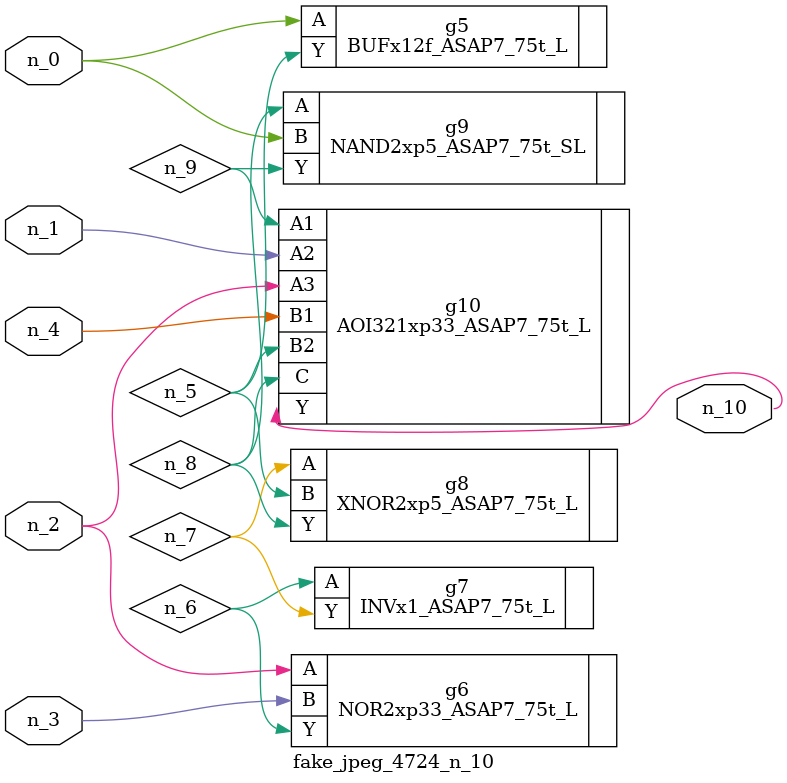
<source format=v>
module fake_jpeg_4724_n_10 (n_3, n_2, n_1, n_0, n_4, n_10);

input n_3;
input n_2;
input n_1;
input n_0;
input n_4;

output n_10;

wire n_8;
wire n_9;
wire n_6;
wire n_5;
wire n_7;

BUFx12f_ASAP7_75t_L g5 ( 
.A(n_0),
.Y(n_5)
);

NOR2xp33_ASAP7_75t_L g6 ( 
.A(n_2),
.B(n_3),
.Y(n_6)
);

INVx1_ASAP7_75t_L g7 ( 
.A(n_6),
.Y(n_7)
);

XNOR2xp5_ASAP7_75t_L g8 ( 
.A(n_7),
.B(n_5),
.Y(n_8)
);

NAND2xp5_ASAP7_75t_SL g9 ( 
.A(n_8),
.B(n_0),
.Y(n_9)
);

AOI321xp33_ASAP7_75t_L g10 ( 
.A1(n_9),
.A2(n_1),
.A3(n_2),
.B1(n_4),
.B2(n_5),
.C(n_8),
.Y(n_10)
);


endmodule
</source>
